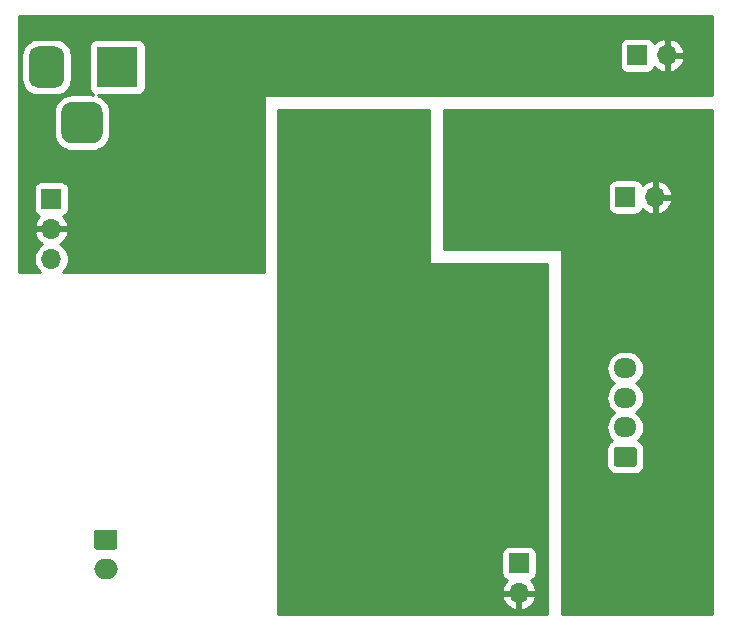
<source format=gbr>
%TF.GenerationSoftware,KiCad,Pcbnew,5.1.10-88a1d61d58~90~ubuntu21.04.1*%
%TF.CreationDate,2021-07-16T14:05:02+02:00*%
%TF.ProjectId,DccDetector,44636344-6574-4656-9374-6f722e6b6963,rev?*%
%TF.SameCoordinates,Original*%
%TF.FileFunction,Copper,L2,Bot*%
%TF.FilePolarity,Positive*%
%FSLAX46Y46*%
G04 Gerber Fmt 4.6, Leading zero omitted, Abs format (unit mm)*
G04 Created by KiCad (PCBNEW 5.1.10-88a1d61d58~90~ubuntu21.04.1) date 2021-07-16 14:05:02*
%MOMM*%
%LPD*%
G01*
G04 APERTURE LIST*
%TA.AperFunction,ComponentPad*%
%ADD10R,3.500000X3.500000*%
%TD*%
%TA.AperFunction,ComponentPad*%
%ADD11O,1.950000X1.700000*%
%TD*%
%TA.AperFunction,ComponentPad*%
%ADD12O,1.700000X1.700000*%
%TD*%
%TA.AperFunction,ComponentPad*%
%ADD13R,1.700000X1.700000*%
%TD*%
%TA.AperFunction,ComponentPad*%
%ADD14O,2.000000X1.700000*%
%TD*%
%TA.AperFunction,ViaPad*%
%ADD15C,0.800000*%
%TD*%
%TA.AperFunction,Conductor*%
%ADD16C,0.254000*%
%TD*%
%TA.AperFunction,Conductor*%
%ADD17C,0.100000*%
%TD*%
G04 APERTURE END LIST*
%TO.P,J2,3*%
%TO.N,GND*%
%TA.AperFunction,ComponentPad*%
G36*
G01*
X24250000Y-30575000D02*
X24250000Y-28825000D01*
G75*
G02*
X25125000Y-27950000I875000J0D01*
G01*
X26875000Y-27950000D01*
G75*
G02*
X27750000Y-28825000I0J-875000D01*
G01*
X27750000Y-30575000D01*
G75*
G02*
X26875000Y-31450000I-875000J0D01*
G01*
X25125000Y-31450000D01*
G75*
G02*
X24250000Y-30575000I0J875000D01*
G01*
G37*
%TD.AperFunction*%
%TO.P,J2,2*%
%TA.AperFunction,ComponentPad*%
G36*
G01*
X21500000Y-26000000D02*
X21500000Y-24000000D01*
G75*
G02*
X22250000Y-23250000I750000J0D01*
G01*
X23750000Y-23250000D01*
G75*
G02*
X24500000Y-24000000I0J-750000D01*
G01*
X24500000Y-26000000D01*
G75*
G02*
X23750000Y-26750000I-750000J0D01*
G01*
X22250000Y-26750000D01*
G75*
G02*
X21500000Y-26000000I0J750000D01*
G01*
G37*
%TD.AperFunction*%
D10*
%TO.P,J2,1*%
%TO.N,/Power Distribution/Vin*%
X29000000Y-25000000D03*
%TD*%
D11*
%TO.P,J7,4*%
%TO.N,GND*%
X72000000Y-50500000D03*
%TO.P,J7,3*%
%TO.N,/_dcc*%
X72000000Y-53000000D03*
%TO.P,J7,2*%
%TO.N,/_ack*%
X72000000Y-55500000D03*
%TO.P,J7,1*%
%TO.N,+5V*%
%TA.AperFunction,ComponentPad*%
G36*
G01*
X72725000Y-58850000D02*
X71275000Y-58850000D01*
G75*
G02*
X71025000Y-58600000I0J250000D01*
G01*
X71025000Y-57400000D01*
G75*
G02*
X71275000Y-57150000I250000J0D01*
G01*
X72725000Y-57150000D01*
G75*
G02*
X72975000Y-57400000I0J-250000D01*
G01*
X72975000Y-58600000D01*
G75*
G02*
X72725000Y-58850000I-250000J0D01*
G01*
G37*
%TD.AperFunction*%
%TD*%
D12*
%TO.P,J6,2*%
%TO.N,+3V3*%
X74540000Y-36000000D03*
D13*
%TO.P,J6,1*%
%TO.N,GND*%
X72000000Y-36000000D03*
%TD*%
D12*
%TO.P,J5,2*%
%TO.N,+5V*%
X63000000Y-69540000D03*
D13*
%TO.P,J5,1*%
%TO.N,GND*%
X63000000Y-67000000D03*
%TD*%
D12*
%TO.P,J4,2*%
%TO.N,Vdrive*%
X75540000Y-24000000D03*
D13*
%TO.P,J4,1*%
%TO.N,GND*%
X73000000Y-24000000D03*
%TD*%
D12*
%TO.P,J3,3*%
%TO.N,/Dcc Interface/DccPower*%
X23400000Y-41230000D03*
%TO.P,J3,2*%
%TO.N,Vdrive*%
X23400000Y-38690000D03*
D13*
%TO.P,J3,1*%
%TO.N,/Power Distribution/Vin*%
X23400000Y-36150000D03*
%TD*%
D14*
%TO.P,J1,2*%
%TO.N,/Dcc Interface/K*%
X28000000Y-67500000D03*
%TO.P,J1,1*%
%TO.N,/Dcc Interface/J*%
%TA.AperFunction,ComponentPad*%
G36*
G01*
X27250000Y-64150000D02*
X28750000Y-64150000D01*
G75*
G02*
X29000000Y-64400000I0J-250000D01*
G01*
X29000000Y-65600000D01*
G75*
G02*
X28750000Y-65850000I-250000J0D01*
G01*
X27250000Y-65850000D01*
G75*
G02*
X27000000Y-65600000I0J250000D01*
G01*
X27000000Y-64400000D01*
G75*
G02*
X27250000Y-64150000I250000J0D01*
G01*
G37*
%TD.AperFunction*%
%TD*%
D15*
%TO.N,Vdrive*%
X40000000Y-27000000D03*
X66000000Y-24000000D03*
%TO.N,+5V*%
X47000000Y-41000000D03*
X64000000Y-58000000D03*
X60000000Y-58000000D03*
X59000000Y-56000000D03*
X64000000Y-44000000D03*
%TO.N,+3V3*%
X58000000Y-39000000D03*
X77000000Y-33000000D03*
%TD*%
D16*
%TO.N,Vdrive*%
X79340001Y-27373000D02*
X41500000Y-27373000D01*
X41475224Y-27375440D01*
X41451399Y-27382667D01*
X41429443Y-27394403D01*
X41410197Y-27410197D01*
X41394403Y-27429443D01*
X41382667Y-27451399D01*
X41375440Y-27475224D01*
X41373000Y-27500000D01*
X41373000Y-42373000D01*
X24357107Y-42373000D01*
X24553475Y-42176632D01*
X24715990Y-41933411D01*
X24827932Y-41663158D01*
X24885000Y-41376260D01*
X24885000Y-41083740D01*
X24827932Y-40796842D01*
X24715990Y-40526589D01*
X24553475Y-40283368D01*
X24346632Y-40076525D01*
X24164466Y-39954805D01*
X24281355Y-39885178D01*
X24497588Y-39690269D01*
X24671641Y-39456920D01*
X24796825Y-39194099D01*
X24841476Y-39046890D01*
X24720155Y-38817000D01*
X23527000Y-38817000D01*
X23527000Y-38837000D01*
X23273000Y-38837000D01*
X23273000Y-38817000D01*
X22079845Y-38817000D01*
X21958524Y-39046890D01*
X22003175Y-39194099D01*
X22128359Y-39456920D01*
X22302412Y-39690269D01*
X22518645Y-39885178D01*
X22635534Y-39954805D01*
X22453368Y-40076525D01*
X22246525Y-40283368D01*
X22084010Y-40526589D01*
X21972068Y-40796842D01*
X21915000Y-41083740D01*
X21915000Y-41376260D01*
X21972068Y-41663158D01*
X22084010Y-41933411D01*
X22246525Y-42176632D01*
X22442893Y-42373000D01*
X20660000Y-42373000D01*
X20660000Y-35300000D01*
X21911928Y-35300000D01*
X21911928Y-37000000D01*
X21924188Y-37124482D01*
X21960498Y-37244180D01*
X22019463Y-37354494D01*
X22098815Y-37451185D01*
X22195506Y-37530537D01*
X22305820Y-37589502D01*
X22386466Y-37613966D01*
X22302412Y-37689731D01*
X22128359Y-37923080D01*
X22003175Y-38185901D01*
X21958524Y-38333110D01*
X22079845Y-38563000D01*
X23273000Y-38563000D01*
X23273000Y-38543000D01*
X23527000Y-38543000D01*
X23527000Y-38563000D01*
X24720155Y-38563000D01*
X24841476Y-38333110D01*
X24796825Y-38185901D01*
X24671641Y-37923080D01*
X24497588Y-37689731D01*
X24413534Y-37613966D01*
X24494180Y-37589502D01*
X24604494Y-37530537D01*
X24701185Y-37451185D01*
X24780537Y-37354494D01*
X24839502Y-37244180D01*
X24875812Y-37124482D01*
X24888072Y-37000000D01*
X24888072Y-35300000D01*
X24875812Y-35175518D01*
X24839502Y-35055820D01*
X24780537Y-34945506D01*
X24701185Y-34848815D01*
X24604494Y-34769463D01*
X24494180Y-34710498D01*
X24374482Y-34674188D01*
X24250000Y-34661928D01*
X22550000Y-34661928D01*
X22425518Y-34674188D01*
X22305820Y-34710498D01*
X22195506Y-34769463D01*
X22098815Y-34848815D01*
X22019463Y-34945506D01*
X21960498Y-35055820D01*
X21924188Y-35175518D01*
X21911928Y-35300000D01*
X20660000Y-35300000D01*
X20660000Y-28825000D01*
X23611928Y-28825000D01*
X23611928Y-30575000D01*
X23641001Y-30870186D01*
X23727104Y-31154028D01*
X23866927Y-31415618D01*
X24055097Y-31644903D01*
X24284382Y-31833073D01*
X24545972Y-31972896D01*
X24829814Y-32058999D01*
X25125000Y-32088072D01*
X26875000Y-32088072D01*
X27170186Y-32058999D01*
X27454028Y-31972896D01*
X27715618Y-31833073D01*
X27944903Y-31644903D01*
X28133073Y-31415618D01*
X28272896Y-31154028D01*
X28358999Y-30870186D01*
X28388072Y-30575000D01*
X28388072Y-28825000D01*
X28358999Y-28529814D01*
X28272896Y-28245972D01*
X28133073Y-27984382D01*
X27944903Y-27755097D01*
X27715618Y-27566927D01*
X27454028Y-27427104D01*
X27325357Y-27388072D01*
X30750000Y-27388072D01*
X30874482Y-27375812D01*
X30994180Y-27339502D01*
X31104494Y-27280537D01*
X31201185Y-27201185D01*
X31280537Y-27104494D01*
X31339502Y-26994180D01*
X31375812Y-26874482D01*
X31388072Y-26750000D01*
X31388072Y-23250000D01*
X31378224Y-23150000D01*
X71511928Y-23150000D01*
X71511928Y-24850000D01*
X71524188Y-24974482D01*
X71560498Y-25094180D01*
X71619463Y-25204494D01*
X71698815Y-25301185D01*
X71795506Y-25380537D01*
X71905820Y-25439502D01*
X72025518Y-25475812D01*
X72150000Y-25488072D01*
X73850000Y-25488072D01*
X73974482Y-25475812D01*
X74094180Y-25439502D01*
X74204494Y-25380537D01*
X74301185Y-25301185D01*
X74380537Y-25204494D01*
X74439502Y-25094180D01*
X74463966Y-25013534D01*
X74539731Y-25097588D01*
X74773080Y-25271641D01*
X75035901Y-25396825D01*
X75183110Y-25441476D01*
X75413000Y-25320155D01*
X75413000Y-24127000D01*
X75667000Y-24127000D01*
X75667000Y-25320155D01*
X75896890Y-25441476D01*
X76044099Y-25396825D01*
X76306920Y-25271641D01*
X76540269Y-25097588D01*
X76735178Y-24881355D01*
X76884157Y-24631252D01*
X76981481Y-24356891D01*
X76860814Y-24127000D01*
X75667000Y-24127000D01*
X75413000Y-24127000D01*
X75393000Y-24127000D01*
X75393000Y-23873000D01*
X75413000Y-23873000D01*
X75413000Y-22679845D01*
X75667000Y-22679845D01*
X75667000Y-23873000D01*
X76860814Y-23873000D01*
X76981481Y-23643109D01*
X76884157Y-23368748D01*
X76735178Y-23118645D01*
X76540269Y-22902412D01*
X76306920Y-22728359D01*
X76044099Y-22603175D01*
X75896890Y-22558524D01*
X75667000Y-22679845D01*
X75413000Y-22679845D01*
X75183110Y-22558524D01*
X75035901Y-22603175D01*
X74773080Y-22728359D01*
X74539731Y-22902412D01*
X74463966Y-22986466D01*
X74439502Y-22905820D01*
X74380537Y-22795506D01*
X74301185Y-22698815D01*
X74204494Y-22619463D01*
X74094180Y-22560498D01*
X73974482Y-22524188D01*
X73850000Y-22511928D01*
X72150000Y-22511928D01*
X72025518Y-22524188D01*
X71905820Y-22560498D01*
X71795506Y-22619463D01*
X71698815Y-22698815D01*
X71619463Y-22795506D01*
X71560498Y-22905820D01*
X71524188Y-23025518D01*
X71511928Y-23150000D01*
X31378224Y-23150000D01*
X31375812Y-23125518D01*
X31339502Y-23005820D01*
X31280537Y-22895506D01*
X31201185Y-22798815D01*
X31104494Y-22719463D01*
X30994180Y-22660498D01*
X30874482Y-22624188D01*
X30750000Y-22611928D01*
X27250000Y-22611928D01*
X27125518Y-22624188D01*
X27005820Y-22660498D01*
X26895506Y-22719463D01*
X26798815Y-22798815D01*
X26719463Y-22895506D01*
X26660498Y-23005820D01*
X26624188Y-23125518D01*
X26611928Y-23250000D01*
X26611928Y-26750000D01*
X26624188Y-26874482D01*
X26660498Y-26994180D01*
X26719463Y-27104494D01*
X26798815Y-27201185D01*
X26895506Y-27280537D01*
X26972131Y-27321494D01*
X26875000Y-27311928D01*
X25125000Y-27311928D01*
X24829814Y-27341001D01*
X24545972Y-27427104D01*
X24284382Y-27566927D01*
X24055097Y-27755097D01*
X23866927Y-27984382D01*
X23727104Y-28245972D01*
X23641001Y-28529814D01*
X23611928Y-28825000D01*
X20660000Y-28825000D01*
X20660000Y-24000000D01*
X20861928Y-24000000D01*
X20861928Y-26000000D01*
X20888599Y-26270799D01*
X20967589Y-26531192D01*
X21095860Y-26771171D01*
X21268485Y-26981515D01*
X21478829Y-27154140D01*
X21718808Y-27282411D01*
X21979201Y-27361401D01*
X22250000Y-27388072D01*
X23750000Y-27388072D01*
X24020799Y-27361401D01*
X24281192Y-27282411D01*
X24521171Y-27154140D01*
X24731515Y-26981515D01*
X24904140Y-26771171D01*
X25032411Y-26531192D01*
X25111401Y-26270799D01*
X25138072Y-26000000D01*
X25138072Y-24000000D01*
X25111401Y-23729201D01*
X25032411Y-23468808D01*
X24904140Y-23228829D01*
X24731515Y-23018485D01*
X24521171Y-22845860D01*
X24281192Y-22717589D01*
X24020799Y-22638599D01*
X23750000Y-22611928D01*
X22250000Y-22611928D01*
X21979201Y-22638599D01*
X21718808Y-22717589D01*
X21478829Y-22845860D01*
X21268485Y-23018485D01*
X21095860Y-23228829D01*
X20967589Y-23468808D01*
X20888599Y-23729201D01*
X20861928Y-24000000D01*
X20660000Y-24000000D01*
X20660000Y-20660000D01*
X79340001Y-20660000D01*
X79340001Y-27373000D01*
%TA.AperFunction,Conductor*%
D17*
G36*
X79340001Y-27373000D02*
G01*
X41500000Y-27373000D01*
X41475224Y-27375440D01*
X41451399Y-27382667D01*
X41429443Y-27394403D01*
X41410197Y-27410197D01*
X41394403Y-27429443D01*
X41382667Y-27451399D01*
X41375440Y-27475224D01*
X41373000Y-27500000D01*
X41373000Y-42373000D01*
X24357107Y-42373000D01*
X24553475Y-42176632D01*
X24715990Y-41933411D01*
X24827932Y-41663158D01*
X24885000Y-41376260D01*
X24885000Y-41083740D01*
X24827932Y-40796842D01*
X24715990Y-40526589D01*
X24553475Y-40283368D01*
X24346632Y-40076525D01*
X24164466Y-39954805D01*
X24281355Y-39885178D01*
X24497588Y-39690269D01*
X24671641Y-39456920D01*
X24796825Y-39194099D01*
X24841476Y-39046890D01*
X24720155Y-38817000D01*
X23527000Y-38817000D01*
X23527000Y-38837000D01*
X23273000Y-38837000D01*
X23273000Y-38817000D01*
X22079845Y-38817000D01*
X21958524Y-39046890D01*
X22003175Y-39194099D01*
X22128359Y-39456920D01*
X22302412Y-39690269D01*
X22518645Y-39885178D01*
X22635534Y-39954805D01*
X22453368Y-40076525D01*
X22246525Y-40283368D01*
X22084010Y-40526589D01*
X21972068Y-40796842D01*
X21915000Y-41083740D01*
X21915000Y-41376260D01*
X21972068Y-41663158D01*
X22084010Y-41933411D01*
X22246525Y-42176632D01*
X22442893Y-42373000D01*
X20660000Y-42373000D01*
X20660000Y-35300000D01*
X21911928Y-35300000D01*
X21911928Y-37000000D01*
X21924188Y-37124482D01*
X21960498Y-37244180D01*
X22019463Y-37354494D01*
X22098815Y-37451185D01*
X22195506Y-37530537D01*
X22305820Y-37589502D01*
X22386466Y-37613966D01*
X22302412Y-37689731D01*
X22128359Y-37923080D01*
X22003175Y-38185901D01*
X21958524Y-38333110D01*
X22079845Y-38563000D01*
X23273000Y-38563000D01*
X23273000Y-38543000D01*
X23527000Y-38543000D01*
X23527000Y-38563000D01*
X24720155Y-38563000D01*
X24841476Y-38333110D01*
X24796825Y-38185901D01*
X24671641Y-37923080D01*
X24497588Y-37689731D01*
X24413534Y-37613966D01*
X24494180Y-37589502D01*
X24604494Y-37530537D01*
X24701185Y-37451185D01*
X24780537Y-37354494D01*
X24839502Y-37244180D01*
X24875812Y-37124482D01*
X24888072Y-37000000D01*
X24888072Y-35300000D01*
X24875812Y-35175518D01*
X24839502Y-35055820D01*
X24780537Y-34945506D01*
X24701185Y-34848815D01*
X24604494Y-34769463D01*
X24494180Y-34710498D01*
X24374482Y-34674188D01*
X24250000Y-34661928D01*
X22550000Y-34661928D01*
X22425518Y-34674188D01*
X22305820Y-34710498D01*
X22195506Y-34769463D01*
X22098815Y-34848815D01*
X22019463Y-34945506D01*
X21960498Y-35055820D01*
X21924188Y-35175518D01*
X21911928Y-35300000D01*
X20660000Y-35300000D01*
X20660000Y-28825000D01*
X23611928Y-28825000D01*
X23611928Y-30575000D01*
X23641001Y-30870186D01*
X23727104Y-31154028D01*
X23866927Y-31415618D01*
X24055097Y-31644903D01*
X24284382Y-31833073D01*
X24545972Y-31972896D01*
X24829814Y-32058999D01*
X25125000Y-32088072D01*
X26875000Y-32088072D01*
X27170186Y-32058999D01*
X27454028Y-31972896D01*
X27715618Y-31833073D01*
X27944903Y-31644903D01*
X28133073Y-31415618D01*
X28272896Y-31154028D01*
X28358999Y-30870186D01*
X28388072Y-30575000D01*
X28388072Y-28825000D01*
X28358999Y-28529814D01*
X28272896Y-28245972D01*
X28133073Y-27984382D01*
X27944903Y-27755097D01*
X27715618Y-27566927D01*
X27454028Y-27427104D01*
X27325357Y-27388072D01*
X30750000Y-27388072D01*
X30874482Y-27375812D01*
X30994180Y-27339502D01*
X31104494Y-27280537D01*
X31201185Y-27201185D01*
X31280537Y-27104494D01*
X31339502Y-26994180D01*
X31375812Y-26874482D01*
X31388072Y-26750000D01*
X31388072Y-23250000D01*
X31378224Y-23150000D01*
X71511928Y-23150000D01*
X71511928Y-24850000D01*
X71524188Y-24974482D01*
X71560498Y-25094180D01*
X71619463Y-25204494D01*
X71698815Y-25301185D01*
X71795506Y-25380537D01*
X71905820Y-25439502D01*
X72025518Y-25475812D01*
X72150000Y-25488072D01*
X73850000Y-25488072D01*
X73974482Y-25475812D01*
X74094180Y-25439502D01*
X74204494Y-25380537D01*
X74301185Y-25301185D01*
X74380537Y-25204494D01*
X74439502Y-25094180D01*
X74463966Y-25013534D01*
X74539731Y-25097588D01*
X74773080Y-25271641D01*
X75035901Y-25396825D01*
X75183110Y-25441476D01*
X75413000Y-25320155D01*
X75413000Y-24127000D01*
X75667000Y-24127000D01*
X75667000Y-25320155D01*
X75896890Y-25441476D01*
X76044099Y-25396825D01*
X76306920Y-25271641D01*
X76540269Y-25097588D01*
X76735178Y-24881355D01*
X76884157Y-24631252D01*
X76981481Y-24356891D01*
X76860814Y-24127000D01*
X75667000Y-24127000D01*
X75413000Y-24127000D01*
X75393000Y-24127000D01*
X75393000Y-23873000D01*
X75413000Y-23873000D01*
X75413000Y-22679845D01*
X75667000Y-22679845D01*
X75667000Y-23873000D01*
X76860814Y-23873000D01*
X76981481Y-23643109D01*
X76884157Y-23368748D01*
X76735178Y-23118645D01*
X76540269Y-22902412D01*
X76306920Y-22728359D01*
X76044099Y-22603175D01*
X75896890Y-22558524D01*
X75667000Y-22679845D01*
X75413000Y-22679845D01*
X75183110Y-22558524D01*
X75035901Y-22603175D01*
X74773080Y-22728359D01*
X74539731Y-22902412D01*
X74463966Y-22986466D01*
X74439502Y-22905820D01*
X74380537Y-22795506D01*
X74301185Y-22698815D01*
X74204494Y-22619463D01*
X74094180Y-22560498D01*
X73974482Y-22524188D01*
X73850000Y-22511928D01*
X72150000Y-22511928D01*
X72025518Y-22524188D01*
X71905820Y-22560498D01*
X71795506Y-22619463D01*
X71698815Y-22698815D01*
X71619463Y-22795506D01*
X71560498Y-22905820D01*
X71524188Y-23025518D01*
X71511928Y-23150000D01*
X31378224Y-23150000D01*
X31375812Y-23125518D01*
X31339502Y-23005820D01*
X31280537Y-22895506D01*
X31201185Y-22798815D01*
X31104494Y-22719463D01*
X30994180Y-22660498D01*
X30874482Y-22624188D01*
X30750000Y-22611928D01*
X27250000Y-22611928D01*
X27125518Y-22624188D01*
X27005820Y-22660498D01*
X26895506Y-22719463D01*
X26798815Y-22798815D01*
X26719463Y-22895506D01*
X26660498Y-23005820D01*
X26624188Y-23125518D01*
X26611928Y-23250000D01*
X26611928Y-26750000D01*
X26624188Y-26874482D01*
X26660498Y-26994180D01*
X26719463Y-27104494D01*
X26798815Y-27201185D01*
X26895506Y-27280537D01*
X26972131Y-27321494D01*
X26875000Y-27311928D01*
X25125000Y-27311928D01*
X24829814Y-27341001D01*
X24545972Y-27427104D01*
X24284382Y-27566927D01*
X24055097Y-27755097D01*
X23866927Y-27984382D01*
X23727104Y-28245972D01*
X23641001Y-28529814D01*
X23611928Y-28825000D01*
X20660000Y-28825000D01*
X20660000Y-24000000D01*
X20861928Y-24000000D01*
X20861928Y-26000000D01*
X20888599Y-26270799D01*
X20967589Y-26531192D01*
X21095860Y-26771171D01*
X21268485Y-26981515D01*
X21478829Y-27154140D01*
X21718808Y-27282411D01*
X21979201Y-27361401D01*
X22250000Y-27388072D01*
X23750000Y-27388072D01*
X24020799Y-27361401D01*
X24281192Y-27282411D01*
X24521171Y-27154140D01*
X24731515Y-26981515D01*
X24904140Y-26771171D01*
X25032411Y-26531192D01*
X25111401Y-26270799D01*
X25138072Y-26000000D01*
X25138072Y-24000000D01*
X25111401Y-23729201D01*
X25032411Y-23468808D01*
X24904140Y-23228829D01*
X24731515Y-23018485D01*
X24521171Y-22845860D01*
X24281192Y-22717589D01*
X24020799Y-22638599D01*
X23750000Y-22611928D01*
X22250000Y-22611928D01*
X21979201Y-22638599D01*
X21718808Y-22717589D01*
X21478829Y-22845860D01*
X21268485Y-23018485D01*
X21095860Y-23228829D01*
X20967589Y-23468808D01*
X20888599Y-23729201D01*
X20861928Y-24000000D01*
X20660000Y-24000000D01*
X20660000Y-20660000D01*
X79340001Y-20660000D01*
X79340001Y-27373000D01*
G37*
%TD.AperFunction*%
%TD*%
D16*
%TO.N,+5V*%
X55373000Y-41500000D02*
X55375440Y-41524776D01*
X55382667Y-41548601D01*
X55394403Y-41570557D01*
X55410197Y-41589803D01*
X55429443Y-41605597D01*
X55451399Y-41617333D01*
X55475224Y-41624560D01*
X55500000Y-41627000D01*
X65373000Y-41627000D01*
X65373000Y-71340000D01*
X42627000Y-71340000D01*
X42627000Y-69896890D01*
X61558524Y-69896890D01*
X61603175Y-70044099D01*
X61728359Y-70306920D01*
X61902412Y-70540269D01*
X62118645Y-70735178D01*
X62368748Y-70884157D01*
X62643109Y-70981481D01*
X62873000Y-70860814D01*
X62873000Y-69667000D01*
X63127000Y-69667000D01*
X63127000Y-70860814D01*
X63356891Y-70981481D01*
X63631252Y-70884157D01*
X63881355Y-70735178D01*
X64097588Y-70540269D01*
X64271641Y-70306920D01*
X64396825Y-70044099D01*
X64441476Y-69896890D01*
X64320155Y-69667000D01*
X63127000Y-69667000D01*
X62873000Y-69667000D01*
X61679845Y-69667000D01*
X61558524Y-69896890D01*
X42627000Y-69896890D01*
X42627000Y-66150000D01*
X61511928Y-66150000D01*
X61511928Y-67850000D01*
X61524188Y-67974482D01*
X61560498Y-68094180D01*
X61619463Y-68204494D01*
X61698815Y-68301185D01*
X61795506Y-68380537D01*
X61905820Y-68439502D01*
X61986466Y-68463966D01*
X61902412Y-68539731D01*
X61728359Y-68773080D01*
X61603175Y-69035901D01*
X61558524Y-69183110D01*
X61679845Y-69413000D01*
X62873000Y-69413000D01*
X62873000Y-69393000D01*
X63127000Y-69393000D01*
X63127000Y-69413000D01*
X64320155Y-69413000D01*
X64441476Y-69183110D01*
X64396825Y-69035901D01*
X64271641Y-68773080D01*
X64097588Y-68539731D01*
X64013534Y-68463966D01*
X64094180Y-68439502D01*
X64204494Y-68380537D01*
X64301185Y-68301185D01*
X64380537Y-68204494D01*
X64439502Y-68094180D01*
X64475812Y-67974482D01*
X64488072Y-67850000D01*
X64488072Y-66150000D01*
X64475812Y-66025518D01*
X64439502Y-65905820D01*
X64380537Y-65795506D01*
X64301185Y-65698815D01*
X64204494Y-65619463D01*
X64094180Y-65560498D01*
X63974482Y-65524188D01*
X63850000Y-65511928D01*
X62150000Y-65511928D01*
X62025518Y-65524188D01*
X61905820Y-65560498D01*
X61795506Y-65619463D01*
X61698815Y-65698815D01*
X61619463Y-65795506D01*
X61560498Y-65905820D01*
X61524188Y-66025518D01*
X61511928Y-66150000D01*
X42627000Y-66150000D01*
X42627000Y-28627000D01*
X55373000Y-28627000D01*
X55373000Y-41500000D01*
%TA.AperFunction,Conductor*%
D17*
G36*
X55373000Y-41500000D02*
G01*
X55375440Y-41524776D01*
X55382667Y-41548601D01*
X55394403Y-41570557D01*
X55410197Y-41589803D01*
X55429443Y-41605597D01*
X55451399Y-41617333D01*
X55475224Y-41624560D01*
X55500000Y-41627000D01*
X65373000Y-41627000D01*
X65373000Y-71340000D01*
X42627000Y-71340000D01*
X42627000Y-69896890D01*
X61558524Y-69896890D01*
X61603175Y-70044099D01*
X61728359Y-70306920D01*
X61902412Y-70540269D01*
X62118645Y-70735178D01*
X62368748Y-70884157D01*
X62643109Y-70981481D01*
X62873000Y-70860814D01*
X62873000Y-69667000D01*
X63127000Y-69667000D01*
X63127000Y-70860814D01*
X63356891Y-70981481D01*
X63631252Y-70884157D01*
X63881355Y-70735178D01*
X64097588Y-70540269D01*
X64271641Y-70306920D01*
X64396825Y-70044099D01*
X64441476Y-69896890D01*
X64320155Y-69667000D01*
X63127000Y-69667000D01*
X62873000Y-69667000D01*
X61679845Y-69667000D01*
X61558524Y-69896890D01*
X42627000Y-69896890D01*
X42627000Y-66150000D01*
X61511928Y-66150000D01*
X61511928Y-67850000D01*
X61524188Y-67974482D01*
X61560498Y-68094180D01*
X61619463Y-68204494D01*
X61698815Y-68301185D01*
X61795506Y-68380537D01*
X61905820Y-68439502D01*
X61986466Y-68463966D01*
X61902412Y-68539731D01*
X61728359Y-68773080D01*
X61603175Y-69035901D01*
X61558524Y-69183110D01*
X61679845Y-69413000D01*
X62873000Y-69413000D01*
X62873000Y-69393000D01*
X63127000Y-69393000D01*
X63127000Y-69413000D01*
X64320155Y-69413000D01*
X64441476Y-69183110D01*
X64396825Y-69035901D01*
X64271641Y-68773080D01*
X64097588Y-68539731D01*
X64013534Y-68463966D01*
X64094180Y-68439502D01*
X64204494Y-68380537D01*
X64301185Y-68301185D01*
X64380537Y-68204494D01*
X64439502Y-68094180D01*
X64475812Y-67974482D01*
X64488072Y-67850000D01*
X64488072Y-66150000D01*
X64475812Y-66025518D01*
X64439502Y-65905820D01*
X64380537Y-65795506D01*
X64301185Y-65698815D01*
X64204494Y-65619463D01*
X64094180Y-65560498D01*
X63974482Y-65524188D01*
X63850000Y-65511928D01*
X62150000Y-65511928D01*
X62025518Y-65524188D01*
X61905820Y-65560498D01*
X61795506Y-65619463D01*
X61698815Y-65698815D01*
X61619463Y-65795506D01*
X61560498Y-65905820D01*
X61524188Y-66025518D01*
X61511928Y-66150000D01*
X42627000Y-66150000D01*
X42627000Y-28627000D01*
X55373000Y-28627000D01*
X55373000Y-41500000D01*
G37*
%TD.AperFunction*%
%TD*%
D16*
%TO.N,+3V3*%
X79340000Y-71340000D02*
X66627000Y-71340000D01*
X66627000Y-50500000D01*
X70382815Y-50500000D01*
X70411487Y-50791111D01*
X70496401Y-51071034D01*
X70634294Y-51329014D01*
X70819866Y-51555134D01*
X71045986Y-51740706D01*
X71063374Y-51750000D01*
X71045986Y-51759294D01*
X70819866Y-51944866D01*
X70634294Y-52170986D01*
X70496401Y-52428966D01*
X70411487Y-52708889D01*
X70382815Y-53000000D01*
X70411487Y-53291111D01*
X70496401Y-53571034D01*
X70634294Y-53829014D01*
X70819866Y-54055134D01*
X71045986Y-54240706D01*
X71063374Y-54250000D01*
X71045986Y-54259294D01*
X70819866Y-54444866D01*
X70634294Y-54670986D01*
X70496401Y-54928966D01*
X70411487Y-55208889D01*
X70382815Y-55500000D01*
X70411487Y-55791111D01*
X70496401Y-56071034D01*
X70634294Y-56329014D01*
X70819866Y-56555134D01*
X70883337Y-56607223D01*
X70781614Y-56661595D01*
X70647038Y-56772038D01*
X70536595Y-56906614D01*
X70454528Y-57060150D01*
X70403992Y-57226746D01*
X70386928Y-57400000D01*
X70386928Y-58600000D01*
X70403992Y-58773254D01*
X70454528Y-58939850D01*
X70536595Y-59093386D01*
X70647038Y-59227962D01*
X70781614Y-59338405D01*
X70935150Y-59420472D01*
X71101746Y-59471008D01*
X71275000Y-59488072D01*
X72725000Y-59488072D01*
X72898254Y-59471008D01*
X73064850Y-59420472D01*
X73218386Y-59338405D01*
X73352962Y-59227962D01*
X73463405Y-59093386D01*
X73545472Y-58939850D01*
X73596008Y-58773254D01*
X73613072Y-58600000D01*
X73613072Y-57400000D01*
X73596008Y-57226746D01*
X73545472Y-57060150D01*
X73463405Y-56906614D01*
X73352962Y-56772038D01*
X73218386Y-56661595D01*
X73116663Y-56607223D01*
X73180134Y-56555134D01*
X73365706Y-56329014D01*
X73503599Y-56071034D01*
X73588513Y-55791111D01*
X73617185Y-55500000D01*
X73588513Y-55208889D01*
X73503599Y-54928966D01*
X73365706Y-54670986D01*
X73180134Y-54444866D01*
X72954014Y-54259294D01*
X72936626Y-54250000D01*
X72954014Y-54240706D01*
X73180134Y-54055134D01*
X73365706Y-53829014D01*
X73503599Y-53571034D01*
X73588513Y-53291111D01*
X73617185Y-53000000D01*
X73588513Y-52708889D01*
X73503599Y-52428966D01*
X73365706Y-52170986D01*
X73180134Y-51944866D01*
X72954014Y-51759294D01*
X72936626Y-51750000D01*
X72954014Y-51740706D01*
X73180134Y-51555134D01*
X73365706Y-51329014D01*
X73503599Y-51071034D01*
X73588513Y-50791111D01*
X73617185Y-50500000D01*
X73588513Y-50208889D01*
X73503599Y-49928966D01*
X73365706Y-49670986D01*
X73180134Y-49444866D01*
X72954014Y-49259294D01*
X72696034Y-49121401D01*
X72416111Y-49036487D01*
X72197950Y-49015000D01*
X71802050Y-49015000D01*
X71583889Y-49036487D01*
X71303966Y-49121401D01*
X71045986Y-49259294D01*
X70819866Y-49444866D01*
X70634294Y-49670986D01*
X70496401Y-49928966D01*
X70411487Y-50208889D01*
X70382815Y-50500000D01*
X66627000Y-50500000D01*
X66627000Y-40500000D01*
X66624560Y-40475224D01*
X66617333Y-40451399D01*
X66605597Y-40429443D01*
X66589803Y-40410197D01*
X66570557Y-40394403D01*
X66548601Y-40382667D01*
X66524776Y-40375440D01*
X66500000Y-40373000D01*
X56627000Y-40373000D01*
X56627000Y-35150000D01*
X70511928Y-35150000D01*
X70511928Y-36850000D01*
X70524188Y-36974482D01*
X70560498Y-37094180D01*
X70619463Y-37204494D01*
X70698815Y-37301185D01*
X70795506Y-37380537D01*
X70905820Y-37439502D01*
X71025518Y-37475812D01*
X71150000Y-37488072D01*
X72850000Y-37488072D01*
X72974482Y-37475812D01*
X73094180Y-37439502D01*
X73204494Y-37380537D01*
X73301185Y-37301185D01*
X73380537Y-37204494D01*
X73439502Y-37094180D01*
X73463966Y-37013534D01*
X73539731Y-37097588D01*
X73773080Y-37271641D01*
X74035901Y-37396825D01*
X74183110Y-37441476D01*
X74413000Y-37320155D01*
X74413000Y-36127000D01*
X74667000Y-36127000D01*
X74667000Y-37320155D01*
X74896890Y-37441476D01*
X75044099Y-37396825D01*
X75306920Y-37271641D01*
X75540269Y-37097588D01*
X75735178Y-36881355D01*
X75884157Y-36631252D01*
X75981481Y-36356891D01*
X75860814Y-36127000D01*
X74667000Y-36127000D01*
X74413000Y-36127000D01*
X74393000Y-36127000D01*
X74393000Y-35873000D01*
X74413000Y-35873000D01*
X74413000Y-34679845D01*
X74667000Y-34679845D01*
X74667000Y-35873000D01*
X75860814Y-35873000D01*
X75981481Y-35643109D01*
X75884157Y-35368748D01*
X75735178Y-35118645D01*
X75540269Y-34902412D01*
X75306920Y-34728359D01*
X75044099Y-34603175D01*
X74896890Y-34558524D01*
X74667000Y-34679845D01*
X74413000Y-34679845D01*
X74183110Y-34558524D01*
X74035901Y-34603175D01*
X73773080Y-34728359D01*
X73539731Y-34902412D01*
X73463966Y-34986466D01*
X73439502Y-34905820D01*
X73380537Y-34795506D01*
X73301185Y-34698815D01*
X73204494Y-34619463D01*
X73094180Y-34560498D01*
X72974482Y-34524188D01*
X72850000Y-34511928D01*
X71150000Y-34511928D01*
X71025518Y-34524188D01*
X70905820Y-34560498D01*
X70795506Y-34619463D01*
X70698815Y-34698815D01*
X70619463Y-34795506D01*
X70560498Y-34905820D01*
X70524188Y-35025518D01*
X70511928Y-35150000D01*
X56627000Y-35150000D01*
X56627000Y-28627000D01*
X79340001Y-28627000D01*
X79340000Y-71340000D01*
%TA.AperFunction,Conductor*%
D17*
G36*
X79340000Y-71340000D02*
G01*
X66627000Y-71340000D01*
X66627000Y-50500000D01*
X70382815Y-50500000D01*
X70411487Y-50791111D01*
X70496401Y-51071034D01*
X70634294Y-51329014D01*
X70819866Y-51555134D01*
X71045986Y-51740706D01*
X71063374Y-51750000D01*
X71045986Y-51759294D01*
X70819866Y-51944866D01*
X70634294Y-52170986D01*
X70496401Y-52428966D01*
X70411487Y-52708889D01*
X70382815Y-53000000D01*
X70411487Y-53291111D01*
X70496401Y-53571034D01*
X70634294Y-53829014D01*
X70819866Y-54055134D01*
X71045986Y-54240706D01*
X71063374Y-54250000D01*
X71045986Y-54259294D01*
X70819866Y-54444866D01*
X70634294Y-54670986D01*
X70496401Y-54928966D01*
X70411487Y-55208889D01*
X70382815Y-55500000D01*
X70411487Y-55791111D01*
X70496401Y-56071034D01*
X70634294Y-56329014D01*
X70819866Y-56555134D01*
X70883337Y-56607223D01*
X70781614Y-56661595D01*
X70647038Y-56772038D01*
X70536595Y-56906614D01*
X70454528Y-57060150D01*
X70403992Y-57226746D01*
X70386928Y-57400000D01*
X70386928Y-58600000D01*
X70403992Y-58773254D01*
X70454528Y-58939850D01*
X70536595Y-59093386D01*
X70647038Y-59227962D01*
X70781614Y-59338405D01*
X70935150Y-59420472D01*
X71101746Y-59471008D01*
X71275000Y-59488072D01*
X72725000Y-59488072D01*
X72898254Y-59471008D01*
X73064850Y-59420472D01*
X73218386Y-59338405D01*
X73352962Y-59227962D01*
X73463405Y-59093386D01*
X73545472Y-58939850D01*
X73596008Y-58773254D01*
X73613072Y-58600000D01*
X73613072Y-57400000D01*
X73596008Y-57226746D01*
X73545472Y-57060150D01*
X73463405Y-56906614D01*
X73352962Y-56772038D01*
X73218386Y-56661595D01*
X73116663Y-56607223D01*
X73180134Y-56555134D01*
X73365706Y-56329014D01*
X73503599Y-56071034D01*
X73588513Y-55791111D01*
X73617185Y-55500000D01*
X73588513Y-55208889D01*
X73503599Y-54928966D01*
X73365706Y-54670986D01*
X73180134Y-54444866D01*
X72954014Y-54259294D01*
X72936626Y-54250000D01*
X72954014Y-54240706D01*
X73180134Y-54055134D01*
X73365706Y-53829014D01*
X73503599Y-53571034D01*
X73588513Y-53291111D01*
X73617185Y-53000000D01*
X73588513Y-52708889D01*
X73503599Y-52428966D01*
X73365706Y-52170986D01*
X73180134Y-51944866D01*
X72954014Y-51759294D01*
X72936626Y-51750000D01*
X72954014Y-51740706D01*
X73180134Y-51555134D01*
X73365706Y-51329014D01*
X73503599Y-51071034D01*
X73588513Y-50791111D01*
X73617185Y-50500000D01*
X73588513Y-50208889D01*
X73503599Y-49928966D01*
X73365706Y-49670986D01*
X73180134Y-49444866D01*
X72954014Y-49259294D01*
X72696034Y-49121401D01*
X72416111Y-49036487D01*
X72197950Y-49015000D01*
X71802050Y-49015000D01*
X71583889Y-49036487D01*
X71303966Y-49121401D01*
X71045986Y-49259294D01*
X70819866Y-49444866D01*
X70634294Y-49670986D01*
X70496401Y-49928966D01*
X70411487Y-50208889D01*
X70382815Y-50500000D01*
X66627000Y-50500000D01*
X66627000Y-40500000D01*
X66624560Y-40475224D01*
X66617333Y-40451399D01*
X66605597Y-40429443D01*
X66589803Y-40410197D01*
X66570557Y-40394403D01*
X66548601Y-40382667D01*
X66524776Y-40375440D01*
X66500000Y-40373000D01*
X56627000Y-40373000D01*
X56627000Y-35150000D01*
X70511928Y-35150000D01*
X70511928Y-36850000D01*
X70524188Y-36974482D01*
X70560498Y-37094180D01*
X70619463Y-37204494D01*
X70698815Y-37301185D01*
X70795506Y-37380537D01*
X70905820Y-37439502D01*
X71025518Y-37475812D01*
X71150000Y-37488072D01*
X72850000Y-37488072D01*
X72974482Y-37475812D01*
X73094180Y-37439502D01*
X73204494Y-37380537D01*
X73301185Y-37301185D01*
X73380537Y-37204494D01*
X73439502Y-37094180D01*
X73463966Y-37013534D01*
X73539731Y-37097588D01*
X73773080Y-37271641D01*
X74035901Y-37396825D01*
X74183110Y-37441476D01*
X74413000Y-37320155D01*
X74413000Y-36127000D01*
X74667000Y-36127000D01*
X74667000Y-37320155D01*
X74896890Y-37441476D01*
X75044099Y-37396825D01*
X75306920Y-37271641D01*
X75540269Y-37097588D01*
X75735178Y-36881355D01*
X75884157Y-36631252D01*
X75981481Y-36356891D01*
X75860814Y-36127000D01*
X74667000Y-36127000D01*
X74413000Y-36127000D01*
X74393000Y-36127000D01*
X74393000Y-35873000D01*
X74413000Y-35873000D01*
X74413000Y-34679845D01*
X74667000Y-34679845D01*
X74667000Y-35873000D01*
X75860814Y-35873000D01*
X75981481Y-35643109D01*
X75884157Y-35368748D01*
X75735178Y-35118645D01*
X75540269Y-34902412D01*
X75306920Y-34728359D01*
X75044099Y-34603175D01*
X74896890Y-34558524D01*
X74667000Y-34679845D01*
X74413000Y-34679845D01*
X74183110Y-34558524D01*
X74035901Y-34603175D01*
X73773080Y-34728359D01*
X73539731Y-34902412D01*
X73463966Y-34986466D01*
X73439502Y-34905820D01*
X73380537Y-34795506D01*
X73301185Y-34698815D01*
X73204494Y-34619463D01*
X73094180Y-34560498D01*
X72974482Y-34524188D01*
X72850000Y-34511928D01*
X71150000Y-34511928D01*
X71025518Y-34524188D01*
X70905820Y-34560498D01*
X70795506Y-34619463D01*
X70698815Y-34698815D01*
X70619463Y-34795506D01*
X70560498Y-34905820D01*
X70524188Y-35025518D01*
X70511928Y-35150000D01*
X56627000Y-35150000D01*
X56627000Y-28627000D01*
X79340001Y-28627000D01*
X79340000Y-71340000D01*
G37*
%TD.AperFunction*%
%TD*%
M02*

</source>
